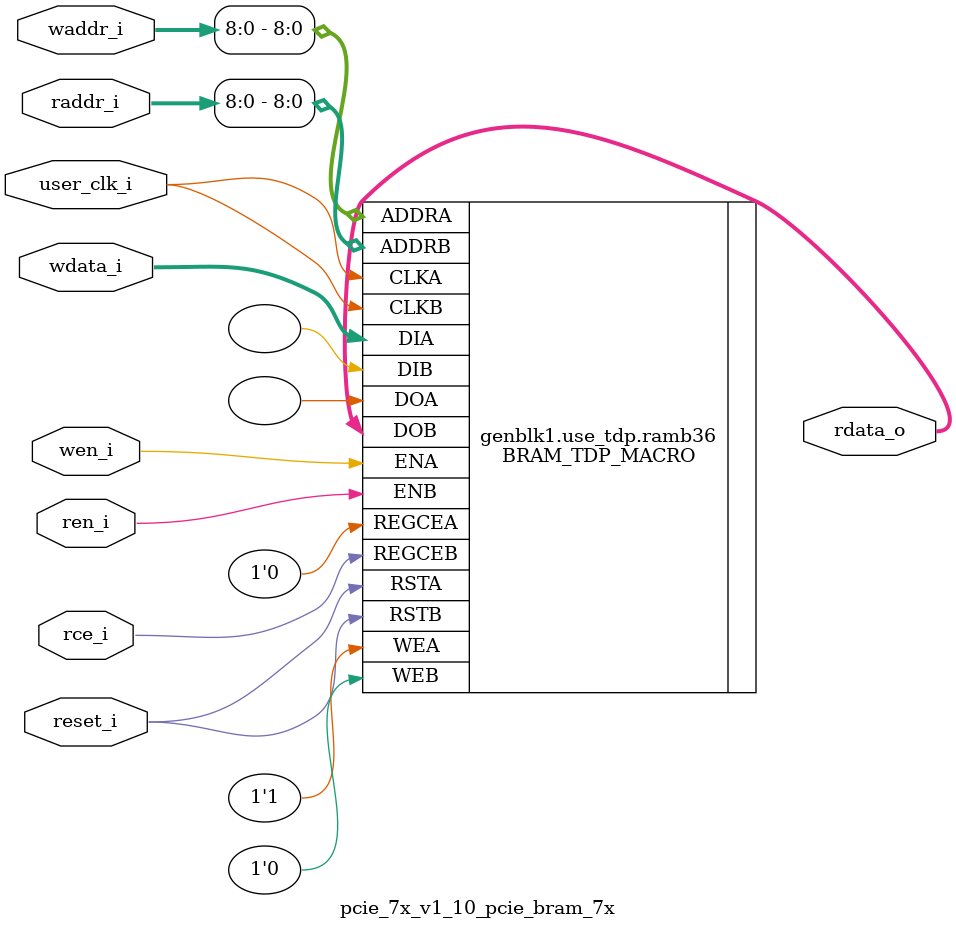
<source format=v>

`timescale 1ps/1ps

module pcie_7x_v1_10_pcie_bram_7x
  #(
    parameter [3:0]  LINK_CAP_MAX_LINK_SPEED = 4'h1,        // PCIe Link Speed : 1 - 2.5 GT/s; 2 - 5.0 GT/s
    parameter [5:0]  LINK_CAP_MAX_LINK_WIDTH = 6'h08,       // PCIe Link Width : 1 / 2 / 4 / 8
    parameter IMPL_TARGET = "HARD",                         // the implementation target : HARD, SOFT
    parameter DOB_REG = 0,                                  // 1 - use the output register;
                                                            // 0 - don't use the output register
    parameter WIDTH = 0                                     // supported WIDTH's : 4, 9, 18, 36 - uses RAMB36
                                                            //                     72 - uses RAMB36SDP
    )
    (
     input               user_clk_i,// user clock
     input               reset_i,   // bram reset

     input               wen_i,     // write enable
     input [12:0]        waddr_i,   // write address
     input [WIDTH - 1:0] wdata_i,   // write data

     input               ren_i,     // read enable
     input               rce_i,     // output register clock enable
     input [12:0]        raddr_i,   // read address

     output [WIDTH - 1:0] rdata_o   // read data
     );

   // map the address bits
   localparam ADDR_MSB = ((WIDTH == 4)  ? 12 :
                          (WIDTH == 9)  ? 11 :
                          (WIDTH == 18) ? 10 :
                          (WIDTH == 36) ?  9 :
                                           8
                          );

   // set the width of the tied off low address bits
   localparam ADDR_LO_BITS = ((WIDTH == 4)  ? 2 :
                              (WIDTH == 9)  ? 3 :
                              (WIDTH == 18) ? 4 :
                              (WIDTH == 36) ? 5 :
                                              0 // for WIDTH 72 use RAMB36SDP
                              );

   // map the data bits
   localparam D_MSB =  ((WIDTH == 4)  ?  3 :
                        (WIDTH == 9)  ?  7 :
                        (WIDTH == 18) ? 15 :
                        (WIDTH == 36) ? 31 :
                                        63
                        );

   // map the data parity bits
   localparam DP_LSB =  D_MSB + 1;

   localparam DP_MSB =  ((WIDTH == 4)  ? 4 :
                         (WIDTH == 9)  ? 8 :
                         (WIDTH == 18) ? 17 :
                         (WIDTH == 36) ? 35 :
                                         71
                        );

   localparam DPW = DP_MSB - DP_LSB + 1;
   localparam WRITE_MODE = ((WIDTH == 72) && (!((LINK_CAP_MAX_LINK_SPEED == 4'h2) && (LINK_CAP_MAX_LINK_WIDTH == 6'h08)))) ? "WRITE_FIRST" :
                           ((LINK_CAP_MAX_LINK_SPEED == 4'h2) && (LINK_CAP_MAX_LINK_WIDTH == 6'h08)) ? "WRITE_FIRST" : "NO_CHANGE";


   localparam DEVICE = (IMPL_TARGET == "HARD") ? "7SERIES" : "VIRTEX6";
   localparam BRAM_SIZE = "36Kb";

   localparam WE_WIDTH =(DEVICE == "VIRTEX5" || DEVICE == "VIRTEX6" || DEVICE == "7SERIES") ?
                            ((WIDTH <= 9) ? 1 :
                             (WIDTH > 9 && WIDTH <= 18) ? 2 :
                             (WIDTH > 18 && WIDTH <= 36) ? 4 :
                             (WIDTH > 36 && WIDTH <= 72) ? 8 :
                             (BRAM_SIZE == "18Kb") ? 4 : 8 ) : 8;

   //synthesis translate_off
   initial begin
      //$display("[%t] %m DOB_REG %0d WIDTH %0d ADDR_MSB %0d ADDR_LO_BITS %0d DP_MSB %0d DP_LSB %0d D_MSB %0d",
      //          $time, DOB_REG,   WIDTH,    ADDR_MSB,    ADDR_LO_BITS,    DP_MSB,    DP_LSB,    D_MSB);

      case (WIDTH)
        4,9,18,36,72:;
        default:
          begin
             $display("[%t] %m Error WIDTH %0d not supported", $time, WIDTH);
             $finish;
          end
      endcase // case (WIDTH)
   end
   //synthesis translate_on

   generate
   if ((LINK_CAP_MAX_LINK_WIDTH == 6'h08 && LINK_CAP_MAX_LINK_SPEED == 4'h2) || (WIDTH == 72)) begin : use_sdp
        BRAM_SDP_MACRO #(
               .DEVICE        (DEVICE),
               .BRAM_SIZE     (BRAM_SIZE),
               .DO_REG        (DOB_REG),
               .READ_WIDTH    (WIDTH),
               .WRITE_WIDTH   (WIDTH),
               .WRITE_MODE    (WRITE_MODE)
               )
        ramb36sdp(
               .DO             (rdata_o[WIDTH-1:0]),
               .DI             (wdata_i[WIDTH-1:0]),
               .RDADDR         (raddr_i[ADDR_MSB:0]),
               .RDCLK          (user_clk_i),
               .RDEN           (ren_i),
               .REGCE          (rce_i),
               .RST            (reset_i),
               .WE             ({WE_WIDTH{1'b1}}),
               .WRADDR         (waddr_i[ADDR_MSB:0]),
               .WRCLK          (user_clk_i),
               .WREN           (wen_i)
               );

    end  // block: use_sdp
    else if (WIDTH <= 36) begin : use_tdp
    // use RAMB36's if the width is 4, 9, 18, or 36
        BRAM_TDP_MACRO #(
               .DEVICE        (DEVICE),
               .BRAM_SIZE     (BRAM_SIZE),
               .DOA_REG       (0),
               .DOB_REG       (DOB_REG),
               .READ_WIDTH_A  (WIDTH),
               .READ_WIDTH_B  (WIDTH),
               .WRITE_WIDTH_A (WIDTH),
               .WRITE_WIDTH_B (WIDTH),
               .WRITE_MODE_A  (WRITE_MODE)
               )
        ramb36(
               .DOA            (),
               .DOB            (rdata_o[WIDTH-1:0]),
               .ADDRA          (waddr_i[ADDR_MSB:0]),
               .ADDRB          (raddr_i[ADDR_MSB:0]),
               .CLKA           (user_clk_i),
               .CLKB           (user_clk_i),
               .DIA            (wdata_i[WIDTH-1:0]),
               .DIB            ({WIDTH{1'b0}}),
               .ENA            (wen_i),
               .ENB            (ren_i),
               .REGCEA         (1'b0),
               .REGCEB         (rce_i),
               .RSTA           (reset_i),
               .RSTB           (reset_i),
               .WEA            ({WE_WIDTH{1'b1}}),
               .WEB            ({WE_WIDTH{1'b0}})
               );
   end // block: use_tdp
   endgenerate

endmodule // pcie_bram_7x


</source>
